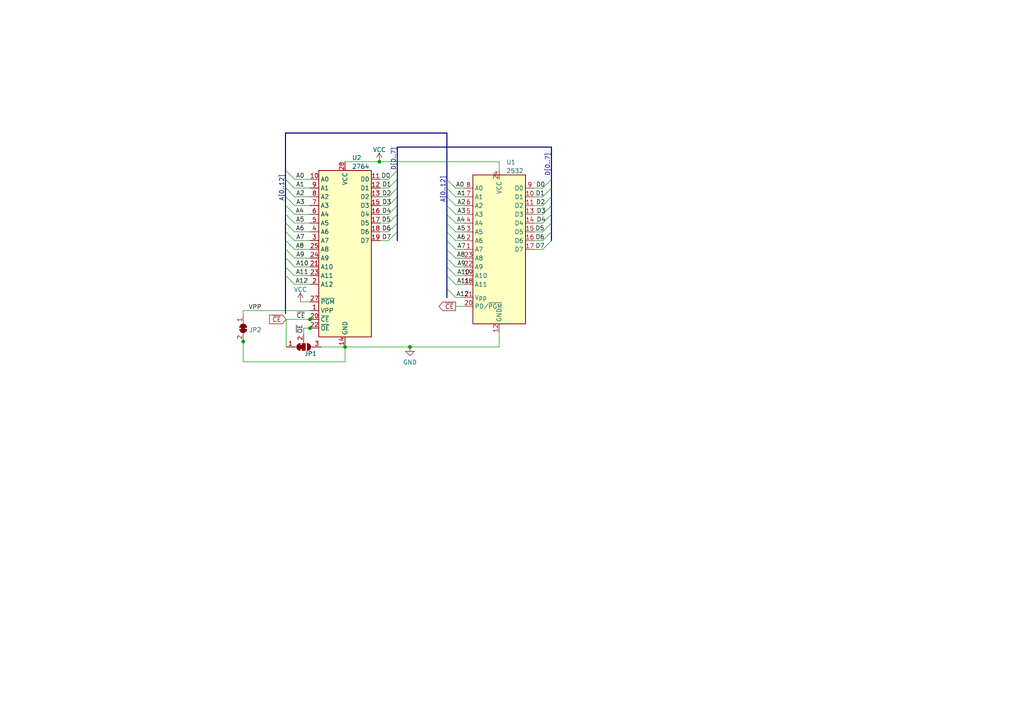
<source format=kicad_sch>
(kicad_sch (version 20211123) (generator eeschema)
  (paper "A4")
  (title_block (title "Apple III B9 ROM Adapter") (date "2023-08-28") (rev "1.0") (company "Thorsten C. Brehm"))
  (lib_symbols
    (symbol "Jumper:SolderJumper_2_Bridged" (pin_names (offset 0) hide)
      (property "Reference" "JP" (at 0 2.032 0))
      (property "Value" "SolderJumper_2_Bridged" (at 0 -2.54 0))
      (symbol "SolderJumper_2_Bridged_0_1"
        (rectangle (start -0.508 0.508) (end 0.508 -0.508) (fill (type outline)))
        (arc (start -0.254 1.016) (mid -1.27 0) (end -0.254 -1.016))
        (arc (start -0.254 1.016) (mid -1.27 0) (end -0.254 -1.016) (fill (type outline)))
        (polyline (pts (xy -0.254 1.016) (xy -0.254 -1.016)))
        (polyline (pts (xy 0.254 1.016) (xy 0.254 -1.016)))
        (arc (start 0.254 -1.016) (mid 1.27 0) (end 0.254 1.016))
        (arc (start 0.254 -1.016) (mid 1.27 0) (end 0.254 1.016) (fill (type outline)))
      )
      (symbol "SolderJumper_2_Bridged_1_1"
        (pin passive line (at -3.81 0 0) (length 2.54) (name "A") (number "1"))
        (pin passive line (at 3.81 0 180) (length 2.54) (name "B") (number "2"))
      )
    )
    (symbol "Jumper:SolderJumper_3_Bridged12" (pin_names (offset 0) hide)
      (property "Reference" "JP" (at -2.54 -2.54 0))
      (property "Value" "SolderJumper_3_Bridged12" (at 0 2.794 0))
      (symbol "SolderJumper_3_Bridged12_0_1"
        (rectangle (start -1.016 0.508) (end -0.508 -0.508) (fill (type outline)))
        (arc (start -1.016 1.016) (mid -2.032 0) (end -1.016 -1.016))
        (arc (start -1.016 1.016) (mid -2.032 0) (end -1.016 -1.016) (fill (type outline)))
        (rectangle (start -0.508 1.016) (end 0.508 -1.016) (fill (type outline)))
        (polyline (pts (xy -2.54 0) (xy -2.032 0)))
        (polyline (pts (xy -1.016 1.016) (xy -1.016 -1.016)))
        (polyline (pts (xy 0 -1.27) (xy 0 -1.016)))
        (polyline (pts (xy 1.016 1.016) (xy 1.016 -1.016)))
        (polyline (pts (xy 2.54 0) (xy 2.032 0)))
        (arc (start 1.016 -1.016) (mid 2.032 0) (end 1.016 1.016))
        (arc (start 1.016 -1.016) (mid 2.032 0) (end 1.016 1.016) (fill (type outline)))
      )
      (symbol "SolderJumper_3_Bridged12_1_1"
        (pin passive line (at -5.08 0 0) (length 2.54) (name "A") (number "1"))
        (pin passive line (at 0 -3.81 90) (length 2.54) (name "C") (number "2"))
        (pin passive line (at 5.08 0 180) (length 2.54) (name "B") (number "3"))
      )
    )
    (symbol "Memory_EPROM:2764"
      (property "Reference" "U" (at -7.62 24.13 0))
      (property "Value" "2764" (at 2.54 -26.67 0))
      (symbol "2764_1_1"
        (rectangle (start -7.62 22.86) (end 7.62 -25.4) (stroke (width 0.254)) (fill (type background)))
        (pin input line (at -10.16 -17.78 0) (length 2.54) (name "VPP") (number "1"))
        (pin input line (at -10.16 20.32 0) (length 2.54) (name "A0") (number "10"))
        (pin tri_state line (at 10.16 20.32 180) (length 2.54) (name "D0") (number "11"))
        (pin tri_state line (at 10.16 17.78 180) (length 2.54) (name "D1") (number "12"))
        (pin tri_state line (at 10.16 15.24 180) (length 2.54) (name "D2") (number "13"))
        (pin power_in line (at 0 -27.94 90) (length 2.54) (name "GND") (number "14"))
        (pin tri_state line (at 10.16 12.7 180) (length 2.54) (name "D3") (number "15"))
        (pin tri_state line (at 10.16 10.16 180) (length 2.54) (name "D4") (number "16"))
        (pin tri_state line (at 10.16 7.62 180) (length 2.54) (name "D5") (number "17"))
        (pin tri_state line (at 10.16 5.08 180) (length 2.54) (name "D6") (number "18"))
        (pin tri_state line (at 10.16 2.54 180) (length 2.54) (name "D7") (number "19"))
        (pin input line (at -10.16 -10.16 0) (length 2.54) (name "A12") (number "2"))
        (pin input line (at -10.16 -20.32 0) (length 2.54) (name "~{CE}") (number "20"))
        (pin input line (at -10.16 -5.08 0) (length 2.54) (name "A10") (number "21"))
        (pin input line (at -10.16 -22.86 0) (length 2.54) (name "~{OE}") (number "22"))
        (pin input line (at -10.16 -7.62 0) (length 2.54) (name "A11") (number "23"))
        (pin input line (at -10.16 -2.54 0) (length 2.54) (name "A9") (number "24"))
        (pin input line (at -10.16 0 0) (length 2.54) (name "A8") (number "25"))
        (pin no_connect line (at 7.62 0 180) (length 2.54) hide (name "NC") (number "26"))
        (pin input line (at -10.16 -15.24 0) (length 2.54) (name "~{PGM}") (number "27"))
        (pin power_in line (at 0 25.4 270) (length 2.54) (name "VCC") (number "28"))
        (pin input line (at -10.16 2.54 0) (length 2.54) (name "A7") (number "3"))
        (pin input line (at -10.16 5.08 0) (length 2.54) (name "A6") (number "4"))
        (pin input line (at -10.16 7.62 0) (length 2.54) (name "A5") (number "5"))
        (pin input line (at -10.16 10.16 0) (length 2.54) (name "A4") (number "6"))
        (pin input line (at -10.16 12.7 0) (length 2.54) (name "A3") (number "7"))
        (pin input line (at -10.16 15.24 0) (length 2.54) (name "A2") (number "8"))
        (pin input line (at -10.16 17.78 0) (length 2.54) (name "A1") (number "9"))
      )
    )
    (symbol "ThorstenMemoryDevices:2532Socket"
      (property "Reference" "U" (at -7.62 24.13 0))
      (property "Value" "2532Socket" (at 2.54 -17.78 0))
      (symbol "2532Socket_1_1"
        (rectangle (start -7.62 24.13) (end 7.62 -19.05) (stroke (width 0.254)) (fill (type background)))
        (pin output line (at -10.16 2.54 0) (length 2.54) (name "A7") (number "1"))
        (pin tri_state line (at 10.16 17.78 180) (length 2.54) (name "D1") (number "10"))
        (pin tri_state line (at 10.16 15.24 180) (length 2.54) (name "D2") (number "11"))
        (pin power_out line (at 0 -21.59 90) (length 2.54) (name "GND") (number "12"))
        (pin tri_state line (at 10.16 12.7 180) (length 2.54) (name "D3") (number "13"))
        (pin tri_state line (at 10.16 10.16 180) (length 2.54) (name "D4") (number "14"))
        (pin tri_state line (at 10.16 7.62 180) (length 2.54) (name "D5") (number "15"))
        (pin tri_state line (at 10.16 5.08 180) (length 2.54) (name "D6") (number "16"))
        (pin tri_state line (at 10.16 2.54 180) (length 2.54) (name "D7") (number "17"))
        (pin output line (at -10.16 -7.62 0) (length 2.54) (name "A11") (number "18"))
        (pin output line (at -10.16 -5.08 0) (length 2.54) (name "A10") (number "19"))
        (pin output line (at -10.16 5.08 0) (length 2.54) (name "A6") (number "2"))
        (pin output line (at -10.16 -13.97 0) (length 2.54) (name "PD/~{PGM}") (number "20"))
        (pin output line (at -10.16 -11.43 0) (length 2.54) (name "Vpp") (number "21"))
        (pin output line (at -10.16 -2.54 0) (length 2.54) (name "A9") (number "22"))
        (pin output line (at -10.16 0 0) (length 2.54) (name "A8") (number "23"))
        (pin power_out line (at 0 25.4 270) (length 2.54) (name "VCC") (number "24"))
        (pin output line (at -10.16 7.62 0) (length 2.54) (name "A5") (number "3"))
        (pin output line (at -10.16 10.16 0) (length 2.54) (name "A4") (number "4"))
        (pin output line (at -10.16 12.7 0) (length 2.54) (name "A3") (number "5"))
        (pin output line (at -10.16 15.24 0) (length 2.54) (name "A2") (number "6"))
        (pin output line (at -10.16 17.78 0) (length 2.54) (name "A1") (number "7"))
        (pin output line (at -10.16 20.32 0) (length 2.54) (name "A0") (number "8"))
        (pin tri_state line (at 10.16 20.32 180) (length 2.54) (name "D0") (number "9"))
      )
    )
    (symbol "power:GND" (power) (pin_names (offset 0))
      (property "Value" "GND" (at 0 -3.81 0))
      (symbol "GND_0_1"
        (polyline (pts (xy 0 0) (xy 0 -1.27) (xy 1.27 -1.27) (xy 0 -2.54) (xy -1.27 -1.27) (xy 0 -1.27)))
      )
      (symbol "GND_1_1"
        (pin power_in line (at 0 0 270) (length 0) hide (name "GND") (number "1"))
      )
    )
    (symbol "power:VCC" (power) (pin_names (offset 0))
      (property "Value" "VCC" (at 0 3.81 0))
      (symbol "VCC_0_1"
        (polyline (pts (xy -0.762 1.27) (xy 0 2.54)))
        (polyline (pts (xy 0 0) (xy 0 2.54)))
        (polyline (pts (xy 0 2.54) (xy 0.762 1.27)))
      )
      (symbol "VCC_1_1"
        (pin power_in line (at 0 0 90) (length 0) hide (name "VCC") (number "1"))
      )
    )
  )
  (junction (at 118.8974 100.6348))
  (junction (at 70.5358 99.06))
  (junction (at 100.076 100.6348))
  (junction (at 89.916 95.1738))
  (junction (at 89.916 92.6338))
  (junction (at 110.0328 46.9138))
  (bus_entry (at 82.8294 69.723) (size 2.54 2.54))
  (bus_entry (at 157.4038 69.7992) (size 2.54 -2.54))
  (bus_entry (at 82.8294 62.103) (size 2.54 2.54))
  (bus_entry (at 82.8294 57.023) (size 2.54 2.54))
  (bus_entry (at 132.1562 86.3092) (size -2.54 -2.54))
  (bus_entry (at 132.1562 69.7992) (size -2.54 -2.54))
  (bus_entry (at 157.4038 57.0992) (size 2.54 -2.54))
  (bus_entry (at 132.1562 82.4992) (size -2.54 -2.54))
  (bus_entry (at 82.7786 51.9684) (size 2.54 2.54))
  (bus_entry (at 132.1562 67.2592) (size -2.54 -2.54))
  (bus_entry (at 132.1562 64.7192) (size -2.54 -2.54))
  (bus_entry (at 82.8294 54.483) (size 2.54 2.54))
  (bus_entry (at 132.1562 54.5592) (size -2.54 -2.54))
  (bus_entry (at 157.4038 62.1792) (size 2.54 -2.54))
  (bus_entry (at 112.6998 64.6938) (size 2.54 -2.54))
  (bus_entry (at 132.1562 62.1792) (size -2.54 -2.54))
  (bus_entry (at 112.6998 54.5338) (size 2.54 -2.54))
  (bus_entry (at 132.1562 74.8792) (size -2.54 -2.54))
  (bus_entry (at 112.6998 51.9938) (size 2.54 -2.54))
  (bus_entry (at 132.1562 57.0992) (size -2.54 -2.54))
  (bus_entry (at 112.6998 69.7738) (size 2.54 -2.54))
  (bus_entry (at 157.4038 64.7192) (size 2.54 -2.54))
  (bus_entry (at 112.6998 67.2338) (size 2.54 -2.54))
  (bus_entry (at 82.8294 67.183) (size 2.54 2.54))
  (bus_entry (at 157.4038 59.6392) (size 2.54 -2.54))
  (bus_entry (at 82.9056 49.4538) (size 2.54 2.54))
  (bus_entry (at 157.4038 67.2592) (size 2.54 -2.54))
  (bus_entry (at 157.4038 72.3392) (size 2.54 -2.54))
  (bus_entry (at 112.6998 57.0738) (size 2.54 -2.54))
  (bus_entry (at 132.1562 77.4192) (size -2.54 -2.54))
  (bus_entry (at 132.1562 79.9592) (size -2.54 -2.54))
  (bus_entry (at 82.8294 59.563) (size 2.54 2.54))
  (bus_entry (at 112.6998 62.1538) (size 2.54 -2.54))
  (bus_entry (at 132.1562 72.3392) (size -2.54 -2.54))
  (bus_entry (at 82.8294 79.9084) (size 2.54 2.54))
  (bus_entry (at 112.6998 59.6138) (size 2.54 -2.54))
  (bus_entry (at 132.1562 59.6392) (size -2.54 -2.54))
  (bus_entry (at 82.8294 64.643) (size 2.54 2.54))
  (bus_entry (at 82.7786 77.3938) (size 2.54 2.54))
  (bus_entry (at 157.4038 54.5592) (size 2.54 -2.54))
  (bus_entry (at 82.8294 72.263) (size 2.54 2.54))
  (bus_entry (at 82.8548 74.803) (size 2.54 2.54))
  (wire (pts (xy 89.9414 92.6338) (xy 89.916 92.6338)))
  (wire (pts (xy 87.122 87.5538) (xy 89.916 87.5538)))
  (bus (pts (xy 115.2398 49.4538) (xy 115.2398 51.9938)))
  (bus (pts (xy 115.2398 49.4538) (xy 115.2398 44.8056)))
  (bus (pts (xy 159.9438 57.0992) (xy 159.9438 59.6392)))
  (wire (pts (xy 110.236 57.0738) (xy 112.6998 57.0738)))
  (wire (pts (xy 134.62 77.4192) (xy 132.1562 77.4192)))
  (wire (pts (xy 134.62 59.6392) (xy 132.1562 59.6392)))
  (wire (pts (xy 134.62 69.7992) (xy 132.1562 69.7992)))
  (bus (pts (xy 82.804 38.5826) (xy 82.804 90.9066)))
  (bus (pts (xy 115.2398 59.6138) (xy 115.2398 62.1538)))
  (bus (pts (xy 159.9438 42.6974) (xy 159.9438 44.7802)))
  (wire (pts (xy 110.236 64.6938) (xy 112.6998 64.6938)))
  (bus (pts (xy 129.6162 67.2592) (xy 129.6162 69.7992)))
  (wire (pts (xy 134.62 62.1792) (xy 132.1562 62.1792)))
  (wire (pts (xy 85.3694 62.1538) (xy 89.916 62.1538)))
  (wire (pts (xy 70.5358 104.9274) (xy 100.076 104.9274)))
  (wire (pts (xy 110.236 62.1538) (xy 112.6998 62.1538)))
  (wire (pts (xy 85.3948 77.343) (xy 85.3948 77.3938)))
  (wire (pts (xy 85.3694 62.103) (xy 85.3694 62.1538)))
  (wire (pts (xy 134.62 79.9592) (xy 132.1562 79.9592)))
  (wire (pts (xy 110.236 67.2338) (xy 112.6998 67.2338)))
  (wire (pts (xy 110.0328 46.9138) (xy 100.076 46.9138)))
  (wire (pts (xy 134.62 82.4992) (xy 132.1562 82.4992)))
  (bus (pts (xy 82.804 38.5826) (xy 129.6162 38.5826)))
  (wire (pts (xy 89.9414 95.1738) (xy 89.916 95.1738)))
  (wire (pts (xy 85.3694 72.3138) (xy 89.916 72.3138)))
  (wire (pts (xy 100.076 104.9274) (xy 100.076 100.6348)))
  (bus (pts (xy 129.6162 38.5826) (xy 129.6162 42.037)))
  (wire (pts (xy 134.62 86.3092) (xy 132.1562 86.3092)))
  (bus (pts (xy 129.6162 57.0992) (xy 129.6162 59.6392)))
  (wire (pts (xy 89.916 95.1738) (xy 88.0872 95.1738)))
  (wire (pts (xy 85.3694 67.183) (xy 85.3694 67.2338)))
  (bus (pts (xy 159.9438 69.7992) (xy 159.9438 67.2592)))
  (wire (pts (xy 110.236 69.7738) (xy 112.6998 69.7738)))
  (wire (pts (xy 118.8974 100.6348) (xy 144.78 100.6348)))
  (bus (pts (xy 129.6162 42.1386) (xy 129.6162 52.0192)))
  (bus (pts (xy 129.6162 79.9592) (xy 129.6162 83.7692)))
  (wire (pts (xy 110.236 59.6138) (xy 112.6998 59.6138)))
  (wire (pts (xy 85.3694 69.7738) (xy 89.916 69.7738)))
  (wire (pts (xy 100.076 100.6348) (xy 118.8974 100.6348)))
  (wire (pts (xy 110.0328 46.9138) (xy 144.78 46.9138)))
  (wire (pts (xy 85.3186 54.5338) (xy 89.916 54.5338)))
  (wire (pts (xy 154.94 54.5592) (xy 157.4038 54.5592)))
  (bus (pts (xy 129.6162 72.3392) (xy 129.6162 74.8792)))
  (wire (pts (xy 70.5358 90.0938) (xy 70.5358 91.44)))
  (bus (pts (xy 115.2398 51.9938) (xy 115.2398 54.5338)))
  (bus (pts (xy 115.2398 57.0738) (xy 115.2398 59.6138)))
  (wire (pts (xy 154.94 72.3392) (xy 157.4038 72.3392)))
  (bus (pts (xy 129.6162 52.0192) (xy 129.6162 54.5592)))
  (wire (pts (xy 134.62 57.0992) (xy 132.1562 57.0992)))
  (wire (pts (xy 85.3694 57.0738) (xy 85.3694 57.023)))
  (wire (pts (xy 154.94 69.7992) (xy 157.4038 69.7992)))
  (wire (pts (xy 154.94 62.1792) (xy 157.4038 62.1792)))
  (wire (pts (xy 110.236 51.9938) (xy 112.6998 51.9938)))
  (wire (pts (xy 85.3694 64.643) (xy 85.3694 64.6938)))
  (wire (pts (xy 85.3186 54.5084) (xy 85.3186 54.5338)))
  (wire (pts (xy 154.94 67.2592) (xy 157.4038 67.2592)))
  (bus (pts (xy 115.2398 62.1538) (xy 115.2398 64.6938)))
  (wire (pts (xy 85.3694 82.4738) (xy 85.3694 82.4484)))
  (wire (pts (xy 85.3694 64.6938) (xy 89.916 64.6938)))
  (bus (pts (xy 129.6162 77.4192) (xy 129.6162 79.9592)))
  (wire (pts (xy 134.62 54.5592) (xy 132.1562 54.5592)))
  (bus (pts (xy 159.9438 52.0192) (xy 159.9438 54.5592)))
  (bus (pts (xy 159.9438 54.5592) (xy 159.9438 57.0992)))
  (bus (pts (xy 115.2398 64.6938) (xy 115.2398 67.2338)))
  (wire (pts (xy 85.3694 74.803) (xy 85.3694 74.8538)))
  (wire (pts (xy 134.62 72.3392) (xy 132.1562 72.3392)))
  (wire (pts (xy 85.3694 72.263) (xy 85.3694 72.3138)))
  (wire (pts (xy 134.62 74.8792) (xy 132.1562 74.8792)))
  (wire (pts (xy 85.3186 79.9338) (xy 89.916 79.9338)))
  (wire (pts (xy 85.3694 69.723) (xy 85.3694 69.7738)))
  (wire (pts (xy 134.62 88.8492) (xy 132.1562 88.8492)))
  (bus (pts (xy 129.6162 69.7992) (xy 129.6162 72.3392)))
  (wire (pts (xy 70.5358 90.0938) (xy 89.916 90.0938)))
  (bus (pts (xy 129.6162 64.7192) (xy 129.6162 67.2592)))
  (wire (pts (xy 134.62 64.7192) (xy 132.1562 64.7192)))
  (wire (pts (xy 85.3948 77.3938) (xy 89.916 77.3938)))
  (bus (pts (xy 115.2398 42.672) (xy 115.2398 44.7802)))
  (bus (pts (xy 129.6162 59.6392) (xy 129.6162 62.1792)))
  (bus (pts (xy 159.9438 59.6392) (xy 159.9438 62.1792)))
  (wire (pts (xy 85.3694 57.0738) (xy 89.916 57.0738)))
  (wire (pts (xy 83.0072 92.6338) (xy 83.0072 100.6348)))
  (wire (pts (xy 110.236 54.5338) (xy 112.6998 54.5338)))
  (wire (pts (xy 70.5358 99.06) (xy 70.5358 104.9274)))
  (wire (pts (xy 83.0072 92.6338) (xy 89.916 92.6338)))
  (wire (pts (xy 85.3694 67.2338) (xy 89.916 67.2338)))
  (bus (pts (xy 115.2398 54.5338) (xy 115.2398 57.0738)))
  (wire (pts (xy 154.94 57.0992) (xy 157.4038 57.0992)))
  (wire (pts (xy 70.5358 99.0346) (xy 70.5358 99.06)))
  (wire (pts (xy 154.94 64.7192) (xy 157.4038 64.7192)))
  (bus (pts (xy 159.9438 44.8056) (xy 159.9438 52.0192)))
  (wire (pts (xy 85.3694 59.6138) (xy 89.916 59.6138)))
  (wire (pts (xy 85.3694 74.8538) (xy 89.916 74.8538)))
  (bus (pts (xy 115.2398 67.2338) (xy 115.2398 69.8246)))
  (wire (pts (xy 93.1672 100.6348) (xy 100.076 100.6348)))
  (wire (pts (xy 85.4456 51.9938) (xy 89.916 51.9938)))
  (bus (pts (xy 129.6162 62.1792) (xy 129.6162 64.7192)))
  (wire (pts (xy 144.78 46.9138) (xy 144.78 49.4792)))
  (wire (pts (xy 154.94 59.6392) (xy 157.4038 59.6392)))
  (wire (pts (xy 100.076 100.2538) (xy 100.076 100.6348)))
  (wire (pts (xy 144.78 96.4692) (xy 144.78 100.6348)))
  (bus (pts (xy 129.6162 54.5592) (xy 129.6162 57.0992)))
  (bus (pts (xy 129.6162 83.7692) (xy 129.6162 86.3092)))
  (bus (pts (xy 159.9438 42.672) (xy 115.2398 42.672)))
  (bus (pts (xy 129.6162 74.8792) (xy 129.6162 77.4192)))
  (wire (pts (xy 89.916 82.4738) (xy 85.3694 82.4738)))
  (bus (pts (xy 159.9438 62.1792) (xy 159.9438 64.7192)))
  (wire (pts (xy 85.3694 59.563) (xy 85.3694 59.6138)))
  (wire (pts (xy 134.62 67.2592) (xy 132.1562 67.2592)))
  (wire (pts (xy 88.0872 95.1738) (xy 88.0872 96.8248)))
  (bus (pts (xy 159.9438 67.2592) (xy 159.9438 64.7192)))
  (label "A0" (at 132.1816 54.5592 0))
  (label "A10" (at 85.8266 77.3938 0))
  (label "A4" (at 132.4356 64.7192 0))
  (label "D[0..7]" (at 115.2398 49.3522 90))
  (label "D0" (at 110.5662 51.9938 0))
  (label "A[0..12]" (at 82.804 58.2676 90))
  (label "D6" (at 110.7694 67.2338 0))
  (label "D0" (at 155.448 54.5592 0))
  (label "A7" (at 132.6134 72.3392 0))
  (label "A4" (at 85.6996 62.1538 0))
  (label "A12" (at 85.6742 82.4738 0))
  (label "D3" (at 110.8202 59.6138 0))
  (label "D3" (at 155.6258 62.1792 0))
  (label "A10" (at 132.5626 79.9592 0))
  (label "D2" (at 110.8202 57.0738 0))
  (label "A6" (at 132.5372 69.7992 0))
  (label "D1" (at 110.8202 54.5338 0))
  (label "A1" (at 132.5626 57.0992 0))
  (label "A1" (at 85.8266 54.5338 0))
  (label "A5" (at 132.5372 67.2592 0))
  (label "A0" (at 85.8266 51.9938 0))
  (label "D7" (at 110.7694 69.7738 0))
  (label "A11" (at 132.5118 82.4992 0))
  (label "A2" (at 85.852 57.0738 0))
  (label "A12" (at 132.334 86.3092 0))
  (label "A11" (at 85.7758 79.9338 0))
  (label "D6" (at 155.2956 69.7992 0))
  (label "A8" (at 132.461 74.8792 0))
  (label "D1" (at 155.3464 57.0992 0))
  (label "A7" (at 85.8774 69.7738 0))
  (label "A2" (at 132.588 59.6392 0))
  (label "VPP" (at 72.0852 90.0938 0))
  (label "D[0..7]" (at 159.9438 51.0032 90))
  (label "D4" (at 155.6258 64.7192 0))
  (label "~{OE}" (at 88.0872 96.7232 90))
  (label "D2" (at 155.448 59.6392 0))
  (label "D5" (at 110.7186 64.6938 0))
  (label "A6" (at 85.8012 67.2338 0))
  (label "~{CE}" (at 85.9536 92.6338 0))
  (label "A3" (at 132.6134 62.1792 0))
  (label "A3" (at 85.8774 59.6138 0))
  (label "A[0..12]" (at 129.6162 58.674 90))
  (label "D5" (at 155.2448 67.2592 0))
  (label "D7" (at 155.2956 72.3392 0))
  (label "A5" (at 85.8012 64.6938 0))
  (label "A9" (at 132.588 77.4192 0))
  (label "A8" (at 85.725 72.3138 0))
  (label "D4" (at 110.8202 62.1538 0))
  (label "A9" (at 85.852 74.8538 0))
  (global_label "~{CE}" (shape output) (at 132.1562 88.8492 180) (property "Intersheet References" "${INTERSHEET_REFS}" (effects hide)))
  (global_label "~{CE}" (shape input) (at 83.0072 92.6338 180) (property "Intersheet References" "${INTERSHEET_REFS}" (effects hide)))
  (symbol (lib_id "power:VCC") (at 87.122 87.5538 0) (unit 1)
    (property "Reference" "#PWR0103" (effects hide))
    (property "Value" "VCC" (at 87.122 83.978 0))
  )
  (symbol (lib_id "Jumper:SolderJumper_3_Bridged12") (at 88.0872 100.6348 0) (mirror x) (unit 1)
    (property "Reference" "JP1" (at 90.0938 102.5906 0))
    (property "Value" "SolderJumper_3_Bridged12" (effects hide))
    (property "Footprint" "Jumper:SolderJumper-3_P1.3mm_Bridged12_RoundedPad1.0x1.5mm_NumberLabels" (effects hide))
  )
  (symbol (lib_id "Jumper:SolderJumper_2_Bridged") (at 70.5358 95.25 270) (unit 1)
    (property "Reference" "JP2" (at 72.1868 95.6838 90) (effects (justify left)))
    (property "Value" "SolderJumper_2_Bridged" (effects hide))
    (property "Footprint" "Jumper:SolderJumper-2_P1.3mm_Bridged_RoundedPad1.0x1.5mm" (effects hide))
  )
  (symbol (lib_id "power:GND") (at 118.8974 100.6348 0) (unit 1)
    (property "Reference" "#PWR0102" (effects hide))
    (property "Value" "GND" (at 118.8974 105.0782 0))
  )
  (symbol (lib_id "power:VCC") (at 110.0328 46.9138 0) (unit 1)
    (property "Reference" "#PWR0101" (effects hide))
    (property "Value" "VCC" (at 110.0328 43.434 0))
  )
  (symbol (lib_id "ThorstenMemoryDevices:2532Socket") (at 144.78 74.8792 0) (unit 1)
    (property "Reference" "U1" (at 146.7994 47.0494 0) (effects (justify left)))
    (property "Value" "2532" (at 146.7994 49.5863 0) (effects (justify left)))
    (property "Footprint" "Package_DIP:DIP-24_W15.24mm" (effects hide))
  )
  (symbol (lib_id "Memory_EPROM:2764") (at 100.076 72.3138 0) (unit 1)
    (property "Reference" "U2" (at 102.0954 45.754 0) (effects (justify left)))
    (property "Value" "2764" (at 102.0954 48.2909 0) (effects (justify left)))
    (property "Footprint" "Package_DIP:DIP-28_W15.24mm" (effects hide))
    (property "Datasheet" "https://downloads.reactivemicro.com/Electronics/ROM/2764%20EPROM.pdf" (effects hide))
  )
)
</source>
